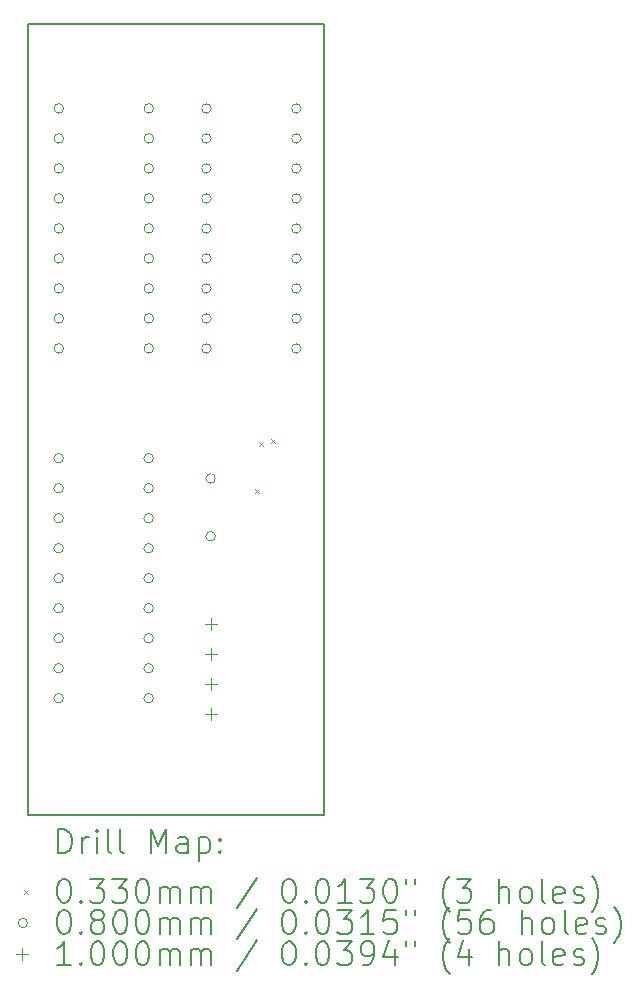
<source format=gbr>
%TF.GenerationSoftware,KiCad,Pcbnew,7.0.6-0*%
%TF.CreationDate,2023-08-27T17:26:49+10:00*%
%TF.ProjectId,PC-SPRINT_SMD,50432d53-5052-4494-9e54-5f534d442e6b,rev?*%
%TF.SameCoordinates,Original*%
%TF.FileFunction,Drillmap*%
%TF.FilePolarity,Positive*%
%FSLAX45Y45*%
G04 Gerber Fmt 4.5, Leading zero omitted, Abs format (unit mm)*
G04 Created by KiCad (PCBNEW 7.0.6-0) date 2023-08-27 17:26:49*
%MOMM*%
%LPD*%
G01*
G04 APERTURE LIST*
%ADD10C,0.150000*%
%ADD11C,0.200000*%
%ADD12C,0.033020*%
%ADD13C,0.080000*%
%ADD14C,0.100000*%
G04 APERTURE END LIST*
D10*
X10000000Y-11700000D02*
X7500000Y-11700000D01*
X7500000Y-5000000D02*
X10000000Y-5000000D01*
X7500000Y-11700000D02*
X7500000Y-5000000D01*
X10000000Y-5000000D02*
X10000000Y-11700000D01*
D11*
D12*
X9419520Y-8936270D02*
X9452540Y-8969290D01*
X9452540Y-8936270D02*
X9419520Y-8969290D01*
X9454620Y-8537250D02*
X9487640Y-8570270D01*
X9487640Y-8537250D02*
X9454620Y-8570270D01*
X9555050Y-8516250D02*
X9588070Y-8549270D01*
X9588070Y-8516250D02*
X9555050Y-8549270D01*
D13*
X7795430Y-8676790D02*
G75*
G03*
X7795430Y-8676790I-40000J0D01*
G01*
X7795430Y-8930790D02*
G75*
G03*
X7795430Y-8930790I-40000J0D01*
G01*
X7795430Y-9184790D02*
G75*
G03*
X7795430Y-9184790I-40000J0D01*
G01*
X7795430Y-9438790D02*
G75*
G03*
X7795430Y-9438790I-40000J0D01*
G01*
X7795430Y-9692790D02*
G75*
G03*
X7795430Y-9692790I-40000J0D01*
G01*
X7795430Y-9946790D02*
G75*
G03*
X7795430Y-9946790I-40000J0D01*
G01*
X7795430Y-10200790D02*
G75*
G03*
X7795430Y-10200790I-40000J0D01*
G01*
X7795430Y-10454790D02*
G75*
G03*
X7795430Y-10454790I-40000J0D01*
G01*
X7795430Y-10708790D02*
G75*
G03*
X7795430Y-10708790I-40000J0D01*
G01*
X7797190Y-5714560D02*
G75*
G03*
X7797190Y-5714560I-40000J0D01*
G01*
X7797190Y-5968560D02*
G75*
G03*
X7797190Y-5968560I-40000J0D01*
G01*
X7797190Y-6222560D02*
G75*
G03*
X7797190Y-6222560I-40000J0D01*
G01*
X7797190Y-6476560D02*
G75*
G03*
X7797190Y-6476560I-40000J0D01*
G01*
X7797190Y-6730560D02*
G75*
G03*
X7797190Y-6730560I-40000J0D01*
G01*
X7797190Y-6984560D02*
G75*
G03*
X7797190Y-6984560I-40000J0D01*
G01*
X7797190Y-7238560D02*
G75*
G03*
X7797190Y-7238560I-40000J0D01*
G01*
X7797190Y-7492560D02*
G75*
G03*
X7797190Y-7492560I-40000J0D01*
G01*
X7797190Y-7746560D02*
G75*
G03*
X7797190Y-7746560I-40000J0D01*
G01*
X8557430Y-8676790D02*
G75*
G03*
X8557430Y-8676790I-40000J0D01*
G01*
X8557430Y-8930790D02*
G75*
G03*
X8557430Y-8930790I-40000J0D01*
G01*
X8557430Y-9184790D02*
G75*
G03*
X8557430Y-9184790I-40000J0D01*
G01*
X8557430Y-9438790D02*
G75*
G03*
X8557430Y-9438790I-40000J0D01*
G01*
X8557430Y-9692790D02*
G75*
G03*
X8557430Y-9692790I-40000J0D01*
G01*
X8557430Y-9946790D02*
G75*
G03*
X8557430Y-9946790I-40000J0D01*
G01*
X8557430Y-10200790D02*
G75*
G03*
X8557430Y-10200790I-40000J0D01*
G01*
X8557430Y-10454790D02*
G75*
G03*
X8557430Y-10454790I-40000J0D01*
G01*
X8557430Y-10708790D02*
G75*
G03*
X8557430Y-10708790I-40000J0D01*
G01*
X8559190Y-5714560D02*
G75*
G03*
X8559190Y-5714560I-40000J0D01*
G01*
X8559190Y-5968560D02*
G75*
G03*
X8559190Y-5968560I-40000J0D01*
G01*
X8559190Y-6222560D02*
G75*
G03*
X8559190Y-6222560I-40000J0D01*
G01*
X8559190Y-6476560D02*
G75*
G03*
X8559190Y-6476560I-40000J0D01*
G01*
X8559190Y-6730560D02*
G75*
G03*
X8559190Y-6730560I-40000J0D01*
G01*
X8559190Y-6984560D02*
G75*
G03*
X8559190Y-6984560I-40000J0D01*
G01*
X8559190Y-7238560D02*
G75*
G03*
X8559190Y-7238560I-40000J0D01*
G01*
X8559190Y-7492560D02*
G75*
G03*
X8559190Y-7492560I-40000J0D01*
G01*
X8559190Y-7746560D02*
G75*
G03*
X8559190Y-7746560I-40000J0D01*
G01*
X9046040Y-5714560D02*
G75*
G03*
X9046040Y-5714560I-40000J0D01*
G01*
X9046040Y-5968560D02*
G75*
G03*
X9046040Y-5968560I-40000J0D01*
G01*
X9046040Y-6222560D02*
G75*
G03*
X9046040Y-6222560I-40000J0D01*
G01*
X9046040Y-6476560D02*
G75*
G03*
X9046040Y-6476560I-40000J0D01*
G01*
X9046040Y-6730560D02*
G75*
G03*
X9046040Y-6730560I-40000J0D01*
G01*
X9046040Y-6984560D02*
G75*
G03*
X9046040Y-6984560I-40000J0D01*
G01*
X9046040Y-7238560D02*
G75*
G03*
X9046040Y-7238560I-40000J0D01*
G01*
X9046040Y-7492560D02*
G75*
G03*
X9046040Y-7492560I-40000J0D01*
G01*
X9046040Y-7746560D02*
G75*
G03*
X9046040Y-7746560I-40000J0D01*
G01*
X9082290Y-8847030D02*
G75*
G03*
X9082290Y-8847030I-40000J0D01*
G01*
X9082290Y-9337030D02*
G75*
G03*
X9082290Y-9337030I-40000J0D01*
G01*
X9808040Y-5714560D02*
G75*
G03*
X9808040Y-5714560I-40000J0D01*
G01*
X9808040Y-5968560D02*
G75*
G03*
X9808040Y-5968560I-40000J0D01*
G01*
X9808040Y-6222560D02*
G75*
G03*
X9808040Y-6222560I-40000J0D01*
G01*
X9808040Y-6476560D02*
G75*
G03*
X9808040Y-6476560I-40000J0D01*
G01*
X9808040Y-6730560D02*
G75*
G03*
X9808040Y-6730560I-40000J0D01*
G01*
X9808040Y-6984560D02*
G75*
G03*
X9808040Y-6984560I-40000J0D01*
G01*
X9808040Y-7238560D02*
G75*
G03*
X9808040Y-7238560I-40000J0D01*
G01*
X9808040Y-7492560D02*
G75*
G03*
X9808040Y-7492560I-40000J0D01*
G01*
X9808040Y-7746560D02*
G75*
G03*
X9808040Y-7746560I-40000J0D01*
G01*
D14*
X9042290Y-10027810D02*
X9042290Y-10127810D01*
X8992290Y-10077810D02*
X9092290Y-10077810D01*
X9042290Y-10281810D02*
X9042290Y-10381810D01*
X8992290Y-10331810D02*
X9092290Y-10331810D01*
X9042290Y-10535810D02*
X9042290Y-10635810D01*
X8992290Y-10585810D02*
X9092290Y-10585810D01*
X9042290Y-10789810D02*
X9042290Y-10889810D01*
X8992290Y-10839810D02*
X9092290Y-10839810D01*
D11*
X7753277Y-12018984D02*
X7753277Y-11818984D01*
X7753277Y-11818984D02*
X7800896Y-11818984D01*
X7800896Y-11818984D02*
X7829467Y-11828508D01*
X7829467Y-11828508D02*
X7848515Y-11847555D01*
X7848515Y-11847555D02*
X7858039Y-11866603D01*
X7858039Y-11866603D02*
X7867562Y-11904698D01*
X7867562Y-11904698D02*
X7867562Y-11933269D01*
X7867562Y-11933269D02*
X7858039Y-11971365D01*
X7858039Y-11971365D02*
X7848515Y-11990412D01*
X7848515Y-11990412D02*
X7829467Y-12009460D01*
X7829467Y-12009460D02*
X7800896Y-12018984D01*
X7800896Y-12018984D02*
X7753277Y-12018984D01*
X7953277Y-12018984D02*
X7953277Y-11885650D01*
X7953277Y-11923746D02*
X7962801Y-11904698D01*
X7962801Y-11904698D02*
X7972324Y-11895174D01*
X7972324Y-11895174D02*
X7991372Y-11885650D01*
X7991372Y-11885650D02*
X8010420Y-11885650D01*
X8077086Y-12018984D02*
X8077086Y-11885650D01*
X8077086Y-11818984D02*
X8067562Y-11828508D01*
X8067562Y-11828508D02*
X8077086Y-11838031D01*
X8077086Y-11838031D02*
X8086610Y-11828508D01*
X8086610Y-11828508D02*
X8077086Y-11818984D01*
X8077086Y-11818984D02*
X8077086Y-11838031D01*
X8200896Y-12018984D02*
X8181848Y-12009460D01*
X8181848Y-12009460D02*
X8172324Y-11990412D01*
X8172324Y-11990412D02*
X8172324Y-11818984D01*
X8305658Y-12018984D02*
X8286610Y-12009460D01*
X8286610Y-12009460D02*
X8277086Y-11990412D01*
X8277086Y-11990412D02*
X8277086Y-11818984D01*
X8534229Y-12018984D02*
X8534229Y-11818984D01*
X8534229Y-11818984D02*
X8600896Y-11961841D01*
X8600896Y-11961841D02*
X8667563Y-11818984D01*
X8667563Y-11818984D02*
X8667563Y-12018984D01*
X8848515Y-12018984D02*
X8848515Y-11914222D01*
X8848515Y-11914222D02*
X8838991Y-11895174D01*
X8838991Y-11895174D02*
X8819944Y-11885650D01*
X8819944Y-11885650D02*
X8781848Y-11885650D01*
X8781848Y-11885650D02*
X8762801Y-11895174D01*
X8848515Y-12009460D02*
X8829467Y-12018984D01*
X8829467Y-12018984D02*
X8781848Y-12018984D01*
X8781848Y-12018984D02*
X8762801Y-12009460D01*
X8762801Y-12009460D02*
X8753277Y-11990412D01*
X8753277Y-11990412D02*
X8753277Y-11971365D01*
X8753277Y-11971365D02*
X8762801Y-11952317D01*
X8762801Y-11952317D02*
X8781848Y-11942793D01*
X8781848Y-11942793D02*
X8829467Y-11942793D01*
X8829467Y-11942793D02*
X8848515Y-11933269D01*
X8943753Y-11885650D02*
X8943753Y-12085650D01*
X8943753Y-11895174D02*
X8962801Y-11885650D01*
X8962801Y-11885650D02*
X9000896Y-11885650D01*
X9000896Y-11885650D02*
X9019944Y-11895174D01*
X9019944Y-11895174D02*
X9029467Y-11904698D01*
X9029467Y-11904698D02*
X9038991Y-11923746D01*
X9038991Y-11923746D02*
X9038991Y-11980888D01*
X9038991Y-11980888D02*
X9029467Y-11999936D01*
X9029467Y-11999936D02*
X9019944Y-12009460D01*
X9019944Y-12009460D02*
X9000896Y-12018984D01*
X9000896Y-12018984D02*
X8962801Y-12018984D01*
X8962801Y-12018984D02*
X8943753Y-12009460D01*
X9124705Y-11999936D02*
X9134229Y-12009460D01*
X9134229Y-12009460D02*
X9124705Y-12018984D01*
X9124705Y-12018984D02*
X9115182Y-12009460D01*
X9115182Y-12009460D02*
X9124705Y-11999936D01*
X9124705Y-11999936D02*
X9124705Y-12018984D01*
X9124705Y-11895174D02*
X9134229Y-11904698D01*
X9134229Y-11904698D02*
X9124705Y-11914222D01*
X9124705Y-11914222D02*
X9115182Y-11904698D01*
X9115182Y-11904698D02*
X9124705Y-11895174D01*
X9124705Y-11895174D02*
X9124705Y-11914222D01*
D12*
X7459480Y-12330990D02*
X7492500Y-12364010D01*
X7492500Y-12330990D02*
X7459480Y-12364010D01*
D11*
X7791372Y-12238984D02*
X7810420Y-12238984D01*
X7810420Y-12238984D02*
X7829467Y-12248508D01*
X7829467Y-12248508D02*
X7838991Y-12258031D01*
X7838991Y-12258031D02*
X7848515Y-12277079D01*
X7848515Y-12277079D02*
X7858039Y-12315174D01*
X7858039Y-12315174D02*
X7858039Y-12362793D01*
X7858039Y-12362793D02*
X7848515Y-12400888D01*
X7848515Y-12400888D02*
X7838991Y-12419936D01*
X7838991Y-12419936D02*
X7829467Y-12429460D01*
X7829467Y-12429460D02*
X7810420Y-12438984D01*
X7810420Y-12438984D02*
X7791372Y-12438984D01*
X7791372Y-12438984D02*
X7772324Y-12429460D01*
X7772324Y-12429460D02*
X7762801Y-12419936D01*
X7762801Y-12419936D02*
X7753277Y-12400888D01*
X7753277Y-12400888D02*
X7743753Y-12362793D01*
X7743753Y-12362793D02*
X7743753Y-12315174D01*
X7743753Y-12315174D02*
X7753277Y-12277079D01*
X7753277Y-12277079D02*
X7762801Y-12258031D01*
X7762801Y-12258031D02*
X7772324Y-12248508D01*
X7772324Y-12248508D02*
X7791372Y-12238984D01*
X7943753Y-12419936D02*
X7953277Y-12429460D01*
X7953277Y-12429460D02*
X7943753Y-12438984D01*
X7943753Y-12438984D02*
X7934229Y-12429460D01*
X7934229Y-12429460D02*
X7943753Y-12419936D01*
X7943753Y-12419936D02*
X7943753Y-12438984D01*
X8019943Y-12238984D02*
X8143753Y-12238984D01*
X8143753Y-12238984D02*
X8077086Y-12315174D01*
X8077086Y-12315174D02*
X8105658Y-12315174D01*
X8105658Y-12315174D02*
X8124705Y-12324698D01*
X8124705Y-12324698D02*
X8134229Y-12334222D01*
X8134229Y-12334222D02*
X8143753Y-12353269D01*
X8143753Y-12353269D02*
X8143753Y-12400888D01*
X8143753Y-12400888D02*
X8134229Y-12419936D01*
X8134229Y-12419936D02*
X8124705Y-12429460D01*
X8124705Y-12429460D02*
X8105658Y-12438984D01*
X8105658Y-12438984D02*
X8048515Y-12438984D01*
X8048515Y-12438984D02*
X8029467Y-12429460D01*
X8029467Y-12429460D02*
X8019943Y-12419936D01*
X8210420Y-12238984D02*
X8334229Y-12238984D01*
X8334229Y-12238984D02*
X8267562Y-12315174D01*
X8267562Y-12315174D02*
X8296134Y-12315174D01*
X8296134Y-12315174D02*
X8315182Y-12324698D01*
X8315182Y-12324698D02*
X8324705Y-12334222D01*
X8324705Y-12334222D02*
X8334229Y-12353269D01*
X8334229Y-12353269D02*
X8334229Y-12400888D01*
X8334229Y-12400888D02*
X8324705Y-12419936D01*
X8324705Y-12419936D02*
X8315182Y-12429460D01*
X8315182Y-12429460D02*
X8296134Y-12438984D01*
X8296134Y-12438984D02*
X8238991Y-12438984D01*
X8238991Y-12438984D02*
X8219943Y-12429460D01*
X8219943Y-12429460D02*
X8210420Y-12419936D01*
X8458039Y-12238984D02*
X8477086Y-12238984D01*
X8477086Y-12238984D02*
X8496134Y-12248508D01*
X8496134Y-12248508D02*
X8505658Y-12258031D01*
X8505658Y-12258031D02*
X8515182Y-12277079D01*
X8515182Y-12277079D02*
X8524705Y-12315174D01*
X8524705Y-12315174D02*
X8524705Y-12362793D01*
X8524705Y-12362793D02*
X8515182Y-12400888D01*
X8515182Y-12400888D02*
X8505658Y-12419936D01*
X8505658Y-12419936D02*
X8496134Y-12429460D01*
X8496134Y-12429460D02*
X8477086Y-12438984D01*
X8477086Y-12438984D02*
X8458039Y-12438984D01*
X8458039Y-12438984D02*
X8438991Y-12429460D01*
X8438991Y-12429460D02*
X8429467Y-12419936D01*
X8429467Y-12419936D02*
X8419944Y-12400888D01*
X8419944Y-12400888D02*
X8410420Y-12362793D01*
X8410420Y-12362793D02*
X8410420Y-12315174D01*
X8410420Y-12315174D02*
X8419944Y-12277079D01*
X8419944Y-12277079D02*
X8429467Y-12258031D01*
X8429467Y-12258031D02*
X8438991Y-12248508D01*
X8438991Y-12248508D02*
X8458039Y-12238984D01*
X8610420Y-12438984D02*
X8610420Y-12305650D01*
X8610420Y-12324698D02*
X8619944Y-12315174D01*
X8619944Y-12315174D02*
X8638991Y-12305650D01*
X8638991Y-12305650D02*
X8667563Y-12305650D01*
X8667563Y-12305650D02*
X8686610Y-12315174D01*
X8686610Y-12315174D02*
X8696134Y-12334222D01*
X8696134Y-12334222D02*
X8696134Y-12438984D01*
X8696134Y-12334222D02*
X8705658Y-12315174D01*
X8705658Y-12315174D02*
X8724705Y-12305650D01*
X8724705Y-12305650D02*
X8753277Y-12305650D01*
X8753277Y-12305650D02*
X8772325Y-12315174D01*
X8772325Y-12315174D02*
X8781848Y-12334222D01*
X8781848Y-12334222D02*
X8781848Y-12438984D01*
X8877086Y-12438984D02*
X8877086Y-12305650D01*
X8877086Y-12324698D02*
X8886610Y-12315174D01*
X8886610Y-12315174D02*
X8905658Y-12305650D01*
X8905658Y-12305650D02*
X8934229Y-12305650D01*
X8934229Y-12305650D02*
X8953277Y-12315174D01*
X8953277Y-12315174D02*
X8962801Y-12334222D01*
X8962801Y-12334222D02*
X8962801Y-12438984D01*
X8962801Y-12334222D02*
X8972325Y-12315174D01*
X8972325Y-12315174D02*
X8991372Y-12305650D01*
X8991372Y-12305650D02*
X9019944Y-12305650D01*
X9019944Y-12305650D02*
X9038991Y-12315174D01*
X9038991Y-12315174D02*
X9048515Y-12334222D01*
X9048515Y-12334222D02*
X9048515Y-12438984D01*
X9438991Y-12229460D02*
X9267563Y-12486603D01*
X9696134Y-12238984D02*
X9715182Y-12238984D01*
X9715182Y-12238984D02*
X9734229Y-12248508D01*
X9734229Y-12248508D02*
X9743753Y-12258031D01*
X9743753Y-12258031D02*
X9753277Y-12277079D01*
X9753277Y-12277079D02*
X9762801Y-12315174D01*
X9762801Y-12315174D02*
X9762801Y-12362793D01*
X9762801Y-12362793D02*
X9753277Y-12400888D01*
X9753277Y-12400888D02*
X9743753Y-12419936D01*
X9743753Y-12419936D02*
X9734229Y-12429460D01*
X9734229Y-12429460D02*
X9715182Y-12438984D01*
X9715182Y-12438984D02*
X9696134Y-12438984D01*
X9696134Y-12438984D02*
X9677087Y-12429460D01*
X9677087Y-12429460D02*
X9667563Y-12419936D01*
X9667563Y-12419936D02*
X9658039Y-12400888D01*
X9658039Y-12400888D02*
X9648515Y-12362793D01*
X9648515Y-12362793D02*
X9648515Y-12315174D01*
X9648515Y-12315174D02*
X9658039Y-12277079D01*
X9658039Y-12277079D02*
X9667563Y-12258031D01*
X9667563Y-12258031D02*
X9677087Y-12248508D01*
X9677087Y-12248508D02*
X9696134Y-12238984D01*
X9848515Y-12419936D02*
X9858039Y-12429460D01*
X9858039Y-12429460D02*
X9848515Y-12438984D01*
X9848515Y-12438984D02*
X9838991Y-12429460D01*
X9838991Y-12429460D02*
X9848515Y-12419936D01*
X9848515Y-12419936D02*
X9848515Y-12438984D01*
X9981848Y-12238984D02*
X10000896Y-12238984D01*
X10000896Y-12238984D02*
X10019944Y-12248508D01*
X10019944Y-12248508D02*
X10029468Y-12258031D01*
X10029468Y-12258031D02*
X10038991Y-12277079D01*
X10038991Y-12277079D02*
X10048515Y-12315174D01*
X10048515Y-12315174D02*
X10048515Y-12362793D01*
X10048515Y-12362793D02*
X10038991Y-12400888D01*
X10038991Y-12400888D02*
X10029468Y-12419936D01*
X10029468Y-12419936D02*
X10019944Y-12429460D01*
X10019944Y-12429460D02*
X10000896Y-12438984D01*
X10000896Y-12438984D02*
X9981848Y-12438984D01*
X9981848Y-12438984D02*
X9962801Y-12429460D01*
X9962801Y-12429460D02*
X9953277Y-12419936D01*
X9953277Y-12419936D02*
X9943753Y-12400888D01*
X9943753Y-12400888D02*
X9934229Y-12362793D01*
X9934229Y-12362793D02*
X9934229Y-12315174D01*
X9934229Y-12315174D02*
X9943753Y-12277079D01*
X9943753Y-12277079D02*
X9953277Y-12258031D01*
X9953277Y-12258031D02*
X9962801Y-12248508D01*
X9962801Y-12248508D02*
X9981848Y-12238984D01*
X10238991Y-12438984D02*
X10124706Y-12438984D01*
X10181848Y-12438984D02*
X10181848Y-12238984D01*
X10181848Y-12238984D02*
X10162801Y-12267555D01*
X10162801Y-12267555D02*
X10143753Y-12286603D01*
X10143753Y-12286603D02*
X10124706Y-12296127D01*
X10305658Y-12238984D02*
X10429468Y-12238984D01*
X10429468Y-12238984D02*
X10362801Y-12315174D01*
X10362801Y-12315174D02*
X10391372Y-12315174D01*
X10391372Y-12315174D02*
X10410420Y-12324698D01*
X10410420Y-12324698D02*
X10419944Y-12334222D01*
X10419944Y-12334222D02*
X10429468Y-12353269D01*
X10429468Y-12353269D02*
X10429468Y-12400888D01*
X10429468Y-12400888D02*
X10419944Y-12419936D01*
X10419944Y-12419936D02*
X10410420Y-12429460D01*
X10410420Y-12429460D02*
X10391372Y-12438984D01*
X10391372Y-12438984D02*
X10334229Y-12438984D01*
X10334229Y-12438984D02*
X10315182Y-12429460D01*
X10315182Y-12429460D02*
X10305658Y-12419936D01*
X10553277Y-12238984D02*
X10572325Y-12238984D01*
X10572325Y-12238984D02*
X10591372Y-12248508D01*
X10591372Y-12248508D02*
X10600896Y-12258031D01*
X10600896Y-12258031D02*
X10610420Y-12277079D01*
X10610420Y-12277079D02*
X10619944Y-12315174D01*
X10619944Y-12315174D02*
X10619944Y-12362793D01*
X10619944Y-12362793D02*
X10610420Y-12400888D01*
X10610420Y-12400888D02*
X10600896Y-12419936D01*
X10600896Y-12419936D02*
X10591372Y-12429460D01*
X10591372Y-12429460D02*
X10572325Y-12438984D01*
X10572325Y-12438984D02*
X10553277Y-12438984D01*
X10553277Y-12438984D02*
X10534229Y-12429460D01*
X10534229Y-12429460D02*
X10524706Y-12419936D01*
X10524706Y-12419936D02*
X10515182Y-12400888D01*
X10515182Y-12400888D02*
X10505658Y-12362793D01*
X10505658Y-12362793D02*
X10505658Y-12315174D01*
X10505658Y-12315174D02*
X10515182Y-12277079D01*
X10515182Y-12277079D02*
X10524706Y-12258031D01*
X10524706Y-12258031D02*
X10534229Y-12248508D01*
X10534229Y-12248508D02*
X10553277Y-12238984D01*
X10696134Y-12238984D02*
X10696134Y-12277079D01*
X10772325Y-12238984D02*
X10772325Y-12277079D01*
X11067563Y-12515174D02*
X11058039Y-12505650D01*
X11058039Y-12505650D02*
X11038991Y-12477079D01*
X11038991Y-12477079D02*
X11029468Y-12458031D01*
X11029468Y-12458031D02*
X11019944Y-12429460D01*
X11019944Y-12429460D02*
X11010420Y-12381841D01*
X11010420Y-12381841D02*
X11010420Y-12343746D01*
X11010420Y-12343746D02*
X11019944Y-12296127D01*
X11019944Y-12296127D02*
X11029468Y-12267555D01*
X11029468Y-12267555D02*
X11038991Y-12248508D01*
X11038991Y-12248508D02*
X11058039Y-12219936D01*
X11058039Y-12219936D02*
X11067563Y-12210412D01*
X11124706Y-12238984D02*
X11248515Y-12238984D01*
X11248515Y-12238984D02*
X11181849Y-12315174D01*
X11181849Y-12315174D02*
X11210420Y-12315174D01*
X11210420Y-12315174D02*
X11229468Y-12324698D01*
X11229468Y-12324698D02*
X11238991Y-12334222D01*
X11238991Y-12334222D02*
X11248515Y-12353269D01*
X11248515Y-12353269D02*
X11248515Y-12400888D01*
X11248515Y-12400888D02*
X11238991Y-12419936D01*
X11238991Y-12419936D02*
X11229468Y-12429460D01*
X11229468Y-12429460D02*
X11210420Y-12438984D01*
X11210420Y-12438984D02*
X11153277Y-12438984D01*
X11153277Y-12438984D02*
X11134230Y-12429460D01*
X11134230Y-12429460D02*
X11124706Y-12419936D01*
X11486610Y-12438984D02*
X11486610Y-12238984D01*
X11572325Y-12438984D02*
X11572325Y-12334222D01*
X11572325Y-12334222D02*
X11562801Y-12315174D01*
X11562801Y-12315174D02*
X11543753Y-12305650D01*
X11543753Y-12305650D02*
X11515182Y-12305650D01*
X11515182Y-12305650D02*
X11496134Y-12315174D01*
X11496134Y-12315174D02*
X11486610Y-12324698D01*
X11696134Y-12438984D02*
X11677087Y-12429460D01*
X11677087Y-12429460D02*
X11667563Y-12419936D01*
X11667563Y-12419936D02*
X11658039Y-12400888D01*
X11658039Y-12400888D02*
X11658039Y-12343746D01*
X11658039Y-12343746D02*
X11667563Y-12324698D01*
X11667563Y-12324698D02*
X11677087Y-12315174D01*
X11677087Y-12315174D02*
X11696134Y-12305650D01*
X11696134Y-12305650D02*
X11724706Y-12305650D01*
X11724706Y-12305650D02*
X11743753Y-12315174D01*
X11743753Y-12315174D02*
X11753277Y-12324698D01*
X11753277Y-12324698D02*
X11762801Y-12343746D01*
X11762801Y-12343746D02*
X11762801Y-12400888D01*
X11762801Y-12400888D02*
X11753277Y-12419936D01*
X11753277Y-12419936D02*
X11743753Y-12429460D01*
X11743753Y-12429460D02*
X11724706Y-12438984D01*
X11724706Y-12438984D02*
X11696134Y-12438984D01*
X11877087Y-12438984D02*
X11858039Y-12429460D01*
X11858039Y-12429460D02*
X11848515Y-12410412D01*
X11848515Y-12410412D02*
X11848515Y-12238984D01*
X12029468Y-12429460D02*
X12010420Y-12438984D01*
X12010420Y-12438984D02*
X11972325Y-12438984D01*
X11972325Y-12438984D02*
X11953277Y-12429460D01*
X11953277Y-12429460D02*
X11943753Y-12410412D01*
X11943753Y-12410412D02*
X11943753Y-12334222D01*
X11943753Y-12334222D02*
X11953277Y-12315174D01*
X11953277Y-12315174D02*
X11972325Y-12305650D01*
X11972325Y-12305650D02*
X12010420Y-12305650D01*
X12010420Y-12305650D02*
X12029468Y-12315174D01*
X12029468Y-12315174D02*
X12038991Y-12334222D01*
X12038991Y-12334222D02*
X12038991Y-12353269D01*
X12038991Y-12353269D02*
X11943753Y-12372317D01*
X12115182Y-12429460D02*
X12134230Y-12438984D01*
X12134230Y-12438984D02*
X12172325Y-12438984D01*
X12172325Y-12438984D02*
X12191372Y-12429460D01*
X12191372Y-12429460D02*
X12200896Y-12410412D01*
X12200896Y-12410412D02*
X12200896Y-12400888D01*
X12200896Y-12400888D02*
X12191372Y-12381841D01*
X12191372Y-12381841D02*
X12172325Y-12372317D01*
X12172325Y-12372317D02*
X12143753Y-12372317D01*
X12143753Y-12372317D02*
X12124706Y-12362793D01*
X12124706Y-12362793D02*
X12115182Y-12343746D01*
X12115182Y-12343746D02*
X12115182Y-12334222D01*
X12115182Y-12334222D02*
X12124706Y-12315174D01*
X12124706Y-12315174D02*
X12143753Y-12305650D01*
X12143753Y-12305650D02*
X12172325Y-12305650D01*
X12172325Y-12305650D02*
X12191372Y-12315174D01*
X12267563Y-12515174D02*
X12277087Y-12505650D01*
X12277087Y-12505650D02*
X12296134Y-12477079D01*
X12296134Y-12477079D02*
X12305658Y-12458031D01*
X12305658Y-12458031D02*
X12315182Y-12429460D01*
X12315182Y-12429460D02*
X12324706Y-12381841D01*
X12324706Y-12381841D02*
X12324706Y-12343746D01*
X12324706Y-12343746D02*
X12315182Y-12296127D01*
X12315182Y-12296127D02*
X12305658Y-12267555D01*
X12305658Y-12267555D02*
X12296134Y-12248508D01*
X12296134Y-12248508D02*
X12277087Y-12219936D01*
X12277087Y-12219936D02*
X12267563Y-12210412D01*
D13*
X7492500Y-12611500D02*
G75*
G03*
X7492500Y-12611500I-40000J0D01*
G01*
D11*
X7791372Y-12502984D02*
X7810420Y-12502984D01*
X7810420Y-12502984D02*
X7829467Y-12512508D01*
X7829467Y-12512508D02*
X7838991Y-12522031D01*
X7838991Y-12522031D02*
X7848515Y-12541079D01*
X7848515Y-12541079D02*
X7858039Y-12579174D01*
X7858039Y-12579174D02*
X7858039Y-12626793D01*
X7858039Y-12626793D02*
X7848515Y-12664888D01*
X7848515Y-12664888D02*
X7838991Y-12683936D01*
X7838991Y-12683936D02*
X7829467Y-12693460D01*
X7829467Y-12693460D02*
X7810420Y-12702984D01*
X7810420Y-12702984D02*
X7791372Y-12702984D01*
X7791372Y-12702984D02*
X7772324Y-12693460D01*
X7772324Y-12693460D02*
X7762801Y-12683936D01*
X7762801Y-12683936D02*
X7753277Y-12664888D01*
X7753277Y-12664888D02*
X7743753Y-12626793D01*
X7743753Y-12626793D02*
X7743753Y-12579174D01*
X7743753Y-12579174D02*
X7753277Y-12541079D01*
X7753277Y-12541079D02*
X7762801Y-12522031D01*
X7762801Y-12522031D02*
X7772324Y-12512508D01*
X7772324Y-12512508D02*
X7791372Y-12502984D01*
X7943753Y-12683936D02*
X7953277Y-12693460D01*
X7953277Y-12693460D02*
X7943753Y-12702984D01*
X7943753Y-12702984D02*
X7934229Y-12693460D01*
X7934229Y-12693460D02*
X7943753Y-12683936D01*
X7943753Y-12683936D02*
X7943753Y-12702984D01*
X8067562Y-12588698D02*
X8048515Y-12579174D01*
X8048515Y-12579174D02*
X8038991Y-12569650D01*
X8038991Y-12569650D02*
X8029467Y-12550603D01*
X8029467Y-12550603D02*
X8029467Y-12541079D01*
X8029467Y-12541079D02*
X8038991Y-12522031D01*
X8038991Y-12522031D02*
X8048515Y-12512508D01*
X8048515Y-12512508D02*
X8067562Y-12502984D01*
X8067562Y-12502984D02*
X8105658Y-12502984D01*
X8105658Y-12502984D02*
X8124705Y-12512508D01*
X8124705Y-12512508D02*
X8134229Y-12522031D01*
X8134229Y-12522031D02*
X8143753Y-12541079D01*
X8143753Y-12541079D02*
X8143753Y-12550603D01*
X8143753Y-12550603D02*
X8134229Y-12569650D01*
X8134229Y-12569650D02*
X8124705Y-12579174D01*
X8124705Y-12579174D02*
X8105658Y-12588698D01*
X8105658Y-12588698D02*
X8067562Y-12588698D01*
X8067562Y-12588698D02*
X8048515Y-12598222D01*
X8048515Y-12598222D02*
X8038991Y-12607746D01*
X8038991Y-12607746D02*
X8029467Y-12626793D01*
X8029467Y-12626793D02*
X8029467Y-12664888D01*
X8029467Y-12664888D02*
X8038991Y-12683936D01*
X8038991Y-12683936D02*
X8048515Y-12693460D01*
X8048515Y-12693460D02*
X8067562Y-12702984D01*
X8067562Y-12702984D02*
X8105658Y-12702984D01*
X8105658Y-12702984D02*
X8124705Y-12693460D01*
X8124705Y-12693460D02*
X8134229Y-12683936D01*
X8134229Y-12683936D02*
X8143753Y-12664888D01*
X8143753Y-12664888D02*
X8143753Y-12626793D01*
X8143753Y-12626793D02*
X8134229Y-12607746D01*
X8134229Y-12607746D02*
X8124705Y-12598222D01*
X8124705Y-12598222D02*
X8105658Y-12588698D01*
X8267562Y-12502984D02*
X8286610Y-12502984D01*
X8286610Y-12502984D02*
X8305658Y-12512508D01*
X8305658Y-12512508D02*
X8315182Y-12522031D01*
X8315182Y-12522031D02*
X8324705Y-12541079D01*
X8324705Y-12541079D02*
X8334229Y-12579174D01*
X8334229Y-12579174D02*
X8334229Y-12626793D01*
X8334229Y-12626793D02*
X8324705Y-12664888D01*
X8324705Y-12664888D02*
X8315182Y-12683936D01*
X8315182Y-12683936D02*
X8305658Y-12693460D01*
X8305658Y-12693460D02*
X8286610Y-12702984D01*
X8286610Y-12702984D02*
X8267562Y-12702984D01*
X8267562Y-12702984D02*
X8248515Y-12693460D01*
X8248515Y-12693460D02*
X8238991Y-12683936D01*
X8238991Y-12683936D02*
X8229467Y-12664888D01*
X8229467Y-12664888D02*
X8219943Y-12626793D01*
X8219943Y-12626793D02*
X8219943Y-12579174D01*
X8219943Y-12579174D02*
X8229467Y-12541079D01*
X8229467Y-12541079D02*
X8238991Y-12522031D01*
X8238991Y-12522031D02*
X8248515Y-12512508D01*
X8248515Y-12512508D02*
X8267562Y-12502984D01*
X8458039Y-12502984D02*
X8477086Y-12502984D01*
X8477086Y-12502984D02*
X8496134Y-12512508D01*
X8496134Y-12512508D02*
X8505658Y-12522031D01*
X8505658Y-12522031D02*
X8515182Y-12541079D01*
X8515182Y-12541079D02*
X8524705Y-12579174D01*
X8524705Y-12579174D02*
X8524705Y-12626793D01*
X8524705Y-12626793D02*
X8515182Y-12664888D01*
X8515182Y-12664888D02*
X8505658Y-12683936D01*
X8505658Y-12683936D02*
X8496134Y-12693460D01*
X8496134Y-12693460D02*
X8477086Y-12702984D01*
X8477086Y-12702984D02*
X8458039Y-12702984D01*
X8458039Y-12702984D02*
X8438991Y-12693460D01*
X8438991Y-12693460D02*
X8429467Y-12683936D01*
X8429467Y-12683936D02*
X8419944Y-12664888D01*
X8419944Y-12664888D02*
X8410420Y-12626793D01*
X8410420Y-12626793D02*
X8410420Y-12579174D01*
X8410420Y-12579174D02*
X8419944Y-12541079D01*
X8419944Y-12541079D02*
X8429467Y-12522031D01*
X8429467Y-12522031D02*
X8438991Y-12512508D01*
X8438991Y-12512508D02*
X8458039Y-12502984D01*
X8610420Y-12702984D02*
X8610420Y-12569650D01*
X8610420Y-12588698D02*
X8619944Y-12579174D01*
X8619944Y-12579174D02*
X8638991Y-12569650D01*
X8638991Y-12569650D02*
X8667563Y-12569650D01*
X8667563Y-12569650D02*
X8686610Y-12579174D01*
X8686610Y-12579174D02*
X8696134Y-12598222D01*
X8696134Y-12598222D02*
X8696134Y-12702984D01*
X8696134Y-12598222D02*
X8705658Y-12579174D01*
X8705658Y-12579174D02*
X8724705Y-12569650D01*
X8724705Y-12569650D02*
X8753277Y-12569650D01*
X8753277Y-12569650D02*
X8772325Y-12579174D01*
X8772325Y-12579174D02*
X8781848Y-12598222D01*
X8781848Y-12598222D02*
X8781848Y-12702984D01*
X8877086Y-12702984D02*
X8877086Y-12569650D01*
X8877086Y-12588698D02*
X8886610Y-12579174D01*
X8886610Y-12579174D02*
X8905658Y-12569650D01*
X8905658Y-12569650D02*
X8934229Y-12569650D01*
X8934229Y-12569650D02*
X8953277Y-12579174D01*
X8953277Y-12579174D02*
X8962801Y-12598222D01*
X8962801Y-12598222D02*
X8962801Y-12702984D01*
X8962801Y-12598222D02*
X8972325Y-12579174D01*
X8972325Y-12579174D02*
X8991372Y-12569650D01*
X8991372Y-12569650D02*
X9019944Y-12569650D01*
X9019944Y-12569650D02*
X9038991Y-12579174D01*
X9038991Y-12579174D02*
X9048515Y-12598222D01*
X9048515Y-12598222D02*
X9048515Y-12702984D01*
X9438991Y-12493460D02*
X9267563Y-12750603D01*
X9696134Y-12502984D02*
X9715182Y-12502984D01*
X9715182Y-12502984D02*
X9734229Y-12512508D01*
X9734229Y-12512508D02*
X9743753Y-12522031D01*
X9743753Y-12522031D02*
X9753277Y-12541079D01*
X9753277Y-12541079D02*
X9762801Y-12579174D01*
X9762801Y-12579174D02*
X9762801Y-12626793D01*
X9762801Y-12626793D02*
X9753277Y-12664888D01*
X9753277Y-12664888D02*
X9743753Y-12683936D01*
X9743753Y-12683936D02*
X9734229Y-12693460D01*
X9734229Y-12693460D02*
X9715182Y-12702984D01*
X9715182Y-12702984D02*
X9696134Y-12702984D01*
X9696134Y-12702984D02*
X9677087Y-12693460D01*
X9677087Y-12693460D02*
X9667563Y-12683936D01*
X9667563Y-12683936D02*
X9658039Y-12664888D01*
X9658039Y-12664888D02*
X9648515Y-12626793D01*
X9648515Y-12626793D02*
X9648515Y-12579174D01*
X9648515Y-12579174D02*
X9658039Y-12541079D01*
X9658039Y-12541079D02*
X9667563Y-12522031D01*
X9667563Y-12522031D02*
X9677087Y-12512508D01*
X9677087Y-12512508D02*
X9696134Y-12502984D01*
X9848515Y-12683936D02*
X9858039Y-12693460D01*
X9858039Y-12693460D02*
X9848515Y-12702984D01*
X9848515Y-12702984D02*
X9838991Y-12693460D01*
X9838991Y-12693460D02*
X9848515Y-12683936D01*
X9848515Y-12683936D02*
X9848515Y-12702984D01*
X9981848Y-12502984D02*
X10000896Y-12502984D01*
X10000896Y-12502984D02*
X10019944Y-12512508D01*
X10019944Y-12512508D02*
X10029468Y-12522031D01*
X10029468Y-12522031D02*
X10038991Y-12541079D01*
X10038991Y-12541079D02*
X10048515Y-12579174D01*
X10048515Y-12579174D02*
X10048515Y-12626793D01*
X10048515Y-12626793D02*
X10038991Y-12664888D01*
X10038991Y-12664888D02*
X10029468Y-12683936D01*
X10029468Y-12683936D02*
X10019944Y-12693460D01*
X10019944Y-12693460D02*
X10000896Y-12702984D01*
X10000896Y-12702984D02*
X9981848Y-12702984D01*
X9981848Y-12702984D02*
X9962801Y-12693460D01*
X9962801Y-12693460D02*
X9953277Y-12683936D01*
X9953277Y-12683936D02*
X9943753Y-12664888D01*
X9943753Y-12664888D02*
X9934229Y-12626793D01*
X9934229Y-12626793D02*
X9934229Y-12579174D01*
X9934229Y-12579174D02*
X9943753Y-12541079D01*
X9943753Y-12541079D02*
X9953277Y-12522031D01*
X9953277Y-12522031D02*
X9962801Y-12512508D01*
X9962801Y-12512508D02*
X9981848Y-12502984D01*
X10115182Y-12502984D02*
X10238991Y-12502984D01*
X10238991Y-12502984D02*
X10172325Y-12579174D01*
X10172325Y-12579174D02*
X10200896Y-12579174D01*
X10200896Y-12579174D02*
X10219944Y-12588698D01*
X10219944Y-12588698D02*
X10229468Y-12598222D01*
X10229468Y-12598222D02*
X10238991Y-12617269D01*
X10238991Y-12617269D02*
X10238991Y-12664888D01*
X10238991Y-12664888D02*
X10229468Y-12683936D01*
X10229468Y-12683936D02*
X10219944Y-12693460D01*
X10219944Y-12693460D02*
X10200896Y-12702984D01*
X10200896Y-12702984D02*
X10143753Y-12702984D01*
X10143753Y-12702984D02*
X10124706Y-12693460D01*
X10124706Y-12693460D02*
X10115182Y-12683936D01*
X10429468Y-12702984D02*
X10315182Y-12702984D01*
X10372325Y-12702984D02*
X10372325Y-12502984D01*
X10372325Y-12502984D02*
X10353277Y-12531555D01*
X10353277Y-12531555D02*
X10334229Y-12550603D01*
X10334229Y-12550603D02*
X10315182Y-12560127D01*
X10610420Y-12502984D02*
X10515182Y-12502984D01*
X10515182Y-12502984D02*
X10505658Y-12598222D01*
X10505658Y-12598222D02*
X10515182Y-12588698D01*
X10515182Y-12588698D02*
X10534229Y-12579174D01*
X10534229Y-12579174D02*
X10581849Y-12579174D01*
X10581849Y-12579174D02*
X10600896Y-12588698D01*
X10600896Y-12588698D02*
X10610420Y-12598222D01*
X10610420Y-12598222D02*
X10619944Y-12617269D01*
X10619944Y-12617269D02*
X10619944Y-12664888D01*
X10619944Y-12664888D02*
X10610420Y-12683936D01*
X10610420Y-12683936D02*
X10600896Y-12693460D01*
X10600896Y-12693460D02*
X10581849Y-12702984D01*
X10581849Y-12702984D02*
X10534229Y-12702984D01*
X10534229Y-12702984D02*
X10515182Y-12693460D01*
X10515182Y-12693460D02*
X10505658Y-12683936D01*
X10696134Y-12502984D02*
X10696134Y-12541079D01*
X10772325Y-12502984D02*
X10772325Y-12541079D01*
X11067563Y-12779174D02*
X11058039Y-12769650D01*
X11058039Y-12769650D02*
X11038991Y-12741079D01*
X11038991Y-12741079D02*
X11029468Y-12722031D01*
X11029468Y-12722031D02*
X11019944Y-12693460D01*
X11019944Y-12693460D02*
X11010420Y-12645841D01*
X11010420Y-12645841D02*
X11010420Y-12607746D01*
X11010420Y-12607746D02*
X11019944Y-12560127D01*
X11019944Y-12560127D02*
X11029468Y-12531555D01*
X11029468Y-12531555D02*
X11038991Y-12512508D01*
X11038991Y-12512508D02*
X11058039Y-12483936D01*
X11058039Y-12483936D02*
X11067563Y-12474412D01*
X11238991Y-12502984D02*
X11143753Y-12502984D01*
X11143753Y-12502984D02*
X11134230Y-12598222D01*
X11134230Y-12598222D02*
X11143753Y-12588698D01*
X11143753Y-12588698D02*
X11162801Y-12579174D01*
X11162801Y-12579174D02*
X11210420Y-12579174D01*
X11210420Y-12579174D02*
X11229468Y-12588698D01*
X11229468Y-12588698D02*
X11238991Y-12598222D01*
X11238991Y-12598222D02*
X11248515Y-12617269D01*
X11248515Y-12617269D02*
X11248515Y-12664888D01*
X11248515Y-12664888D02*
X11238991Y-12683936D01*
X11238991Y-12683936D02*
X11229468Y-12693460D01*
X11229468Y-12693460D02*
X11210420Y-12702984D01*
X11210420Y-12702984D02*
X11162801Y-12702984D01*
X11162801Y-12702984D02*
X11143753Y-12693460D01*
X11143753Y-12693460D02*
X11134230Y-12683936D01*
X11419944Y-12502984D02*
X11381848Y-12502984D01*
X11381848Y-12502984D02*
X11362801Y-12512508D01*
X11362801Y-12512508D02*
X11353277Y-12522031D01*
X11353277Y-12522031D02*
X11334229Y-12550603D01*
X11334229Y-12550603D02*
X11324706Y-12588698D01*
X11324706Y-12588698D02*
X11324706Y-12664888D01*
X11324706Y-12664888D02*
X11334229Y-12683936D01*
X11334229Y-12683936D02*
X11343753Y-12693460D01*
X11343753Y-12693460D02*
X11362801Y-12702984D01*
X11362801Y-12702984D02*
X11400896Y-12702984D01*
X11400896Y-12702984D02*
X11419944Y-12693460D01*
X11419944Y-12693460D02*
X11429468Y-12683936D01*
X11429468Y-12683936D02*
X11438991Y-12664888D01*
X11438991Y-12664888D02*
X11438991Y-12617269D01*
X11438991Y-12617269D02*
X11429468Y-12598222D01*
X11429468Y-12598222D02*
X11419944Y-12588698D01*
X11419944Y-12588698D02*
X11400896Y-12579174D01*
X11400896Y-12579174D02*
X11362801Y-12579174D01*
X11362801Y-12579174D02*
X11343753Y-12588698D01*
X11343753Y-12588698D02*
X11334229Y-12598222D01*
X11334229Y-12598222D02*
X11324706Y-12617269D01*
X11677087Y-12702984D02*
X11677087Y-12502984D01*
X11762801Y-12702984D02*
X11762801Y-12598222D01*
X11762801Y-12598222D02*
X11753277Y-12579174D01*
X11753277Y-12579174D02*
X11734230Y-12569650D01*
X11734230Y-12569650D02*
X11705658Y-12569650D01*
X11705658Y-12569650D02*
X11686610Y-12579174D01*
X11686610Y-12579174D02*
X11677087Y-12588698D01*
X11886610Y-12702984D02*
X11867563Y-12693460D01*
X11867563Y-12693460D02*
X11858039Y-12683936D01*
X11858039Y-12683936D02*
X11848515Y-12664888D01*
X11848515Y-12664888D02*
X11848515Y-12607746D01*
X11848515Y-12607746D02*
X11858039Y-12588698D01*
X11858039Y-12588698D02*
X11867563Y-12579174D01*
X11867563Y-12579174D02*
X11886610Y-12569650D01*
X11886610Y-12569650D02*
X11915182Y-12569650D01*
X11915182Y-12569650D02*
X11934230Y-12579174D01*
X11934230Y-12579174D02*
X11943753Y-12588698D01*
X11943753Y-12588698D02*
X11953277Y-12607746D01*
X11953277Y-12607746D02*
X11953277Y-12664888D01*
X11953277Y-12664888D02*
X11943753Y-12683936D01*
X11943753Y-12683936D02*
X11934230Y-12693460D01*
X11934230Y-12693460D02*
X11915182Y-12702984D01*
X11915182Y-12702984D02*
X11886610Y-12702984D01*
X12067563Y-12702984D02*
X12048515Y-12693460D01*
X12048515Y-12693460D02*
X12038991Y-12674412D01*
X12038991Y-12674412D02*
X12038991Y-12502984D01*
X12219944Y-12693460D02*
X12200896Y-12702984D01*
X12200896Y-12702984D02*
X12162801Y-12702984D01*
X12162801Y-12702984D02*
X12143753Y-12693460D01*
X12143753Y-12693460D02*
X12134230Y-12674412D01*
X12134230Y-12674412D02*
X12134230Y-12598222D01*
X12134230Y-12598222D02*
X12143753Y-12579174D01*
X12143753Y-12579174D02*
X12162801Y-12569650D01*
X12162801Y-12569650D02*
X12200896Y-12569650D01*
X12200896Y-12569650D02*
X12219944Y-12579174D01*
X12219944Y-12579174D02*
X12229468Y-12598222D01*
X12229468Y-12598222D02*
X12229468Y-12617269D01*
X12229468Y-12617269D02*
X12134230Y-12636317D01*
X12305658Y-12693460D02*
X12324706Y-12702984D01*
X12324706Y-12702984D02*
X12362801Y-12702984D01*
X12362801Y-12702984D02*
X12381849Y-12693460D01*
X12381849Y-12693460D02*
X12391372Y-12674412D01*
X12391372Y-12674412D02*
X12391372Y-12664888D01*
X12391372Y-12664888D02*
X12381849Y-12645841D01*
X12381849Y-12645841D02*
X12362801Y-12636317D01*
X12362801Y-12636317D02*
X12334230Y-12636317D01*
X12334230Y-12636317D02*
X12315182Y-12626793D01*
X12315182Y-12626793D02*
X12305658Y-12607746D01*
X12305658Y-12607746D02*
X12305658Y-12598222D01*
X12305658Y-12598222D02*
X12315182Y-12579174D01*
X12315182Y-12579174D02*
X12334230Y-12569650D01*
X12334230Y-12569650D02*
X12362801Y-12569650D01*
X12362801Y-12569650D02*
X12381849Y-12579174D01*
X12458039Y-12779174D02*
X12467563Y-12769650D01*
X12467563Y-12769650D02*
X12486611Y-12741079D01*
X12486611Y-12741079D02*
X12496134Y-12722031D01*
X12496134Y-12722031D02*
X12505658Y-12693460D01*
X12505658Y-12693460D02*
X12515182Y-12645841D01*
X12515182Y-12645841D02*
X12515182Y-12607746D01*
X12515182Y-12607746D02*
X12505658Y-12560127D01*
X12505658Y-12560127D02*
X12496134Y-12531555D01*
X12496134Y-12531555D02*
X12486611Y-12512508D01*
X12486611Y-12512508D02*
X12467563Y-12483936D01*
X12467563Y-12483936D02*
X12458039Y-12474412D01*
D14*
X7442500Y-12825500D02*
X7442500Y-12925500D01*
X7392500Y-12875500D02*
X7492500Y-12875500D01*
D11*
X7858039Y-12966984D02*
X7743753Y-12966984D01*
X7800896Y-12966984D02*
X7800896Y-12766984D01*
X7800896Y-12766984D02*
X7781848Y-12795555D01*
X7781848Y-12795555D02*
X7762801Y-12814603D01*
X7762801Y-12814603D02*
X7743753Y-12824127D01*
X7943753Y-12947936D02*
X7953277Y-12957460D01*
X7953277Y-12957460D02*
X7943753Y-12966984D01*
X7943753Y-12966984D02*
X7934229Y-12957460D01*
X7934229Y-12957460D02*
X7943753Y-12947936D01*
X7943753Y-12947936D02*
X7943753Y-12966984D01*
X8077086Y-12766984D02*
X8096134Y-12766984D01*
X8096134Y-12766984D02*
X8115182Y-12776508D01*
X8115182Y-12776508D02*
X8124705Y-12786031D01*
X8124705Y-12786031D02*
X8134229Y-12805079D01*
X8134229Y-12805079D02*
X8143753Y-12843174D01*
X8143753Y-12843174D02*
X8143753Y-12890793D01*
X8143753Y-12890793D02*
X8134229Y-12928888D01*
X8134229Y-12928888D02*
X8124705Y-12947936D01*
X8124705Y-12947936D02*
X8115182Y-12957460D01*
X8115182Y-12957460D02*
X8096134Y-12966984D01*
X8096134Y-12966984D02*
X8077086Y-12966984D01*
X8077086Y-12966984D02*
X8058039Y-12957460D01*
X8058039Y-12957460D02*
X8048515Y-12947936D01*
X8048515Y-12947936D02*
X8038991Y-12928888D01*
X8038991Y-12928888D02*
X8029467Y-12890793D01*
X8029467Y-12890793D02*
X8029467Y-12843174D01*
X8029467Y-12843174D02*
X8038991Y-12805079D01*
X8038991Y-12805079D02*
X8048515Y-12786031D01*
X8048515Y-12786031D02*
X8058039Y-12776508D01*
X8058039Y-12776508D02*
X8077086Y-12766984D01*
X8267562Y-12766984D02*
X8286610Y-12766984D01*
X8286610Y-12766984D02*
X8305658Y-12776508D01*
X8305658Y-12776508D02*
X8315182Y-12786031D01*
X8315182Y-12786031D02*
X8324705Y-12805079D01*
X8324705Y-12805079D02*
X8334229Y-12843174D01*
X8334229Y-12843174D02*
X8334229Y-12890793D01*
X8334229Y-12890793D02*
X8324705Y-12928888D01*
X8324705Y-12928888D02*
X8315182Y-12947936D01*
X8315182Y-12947936D02*
X8305658Y-12957460D01*
X8305658Y-12957460D02*
X8286610Y-12966984D01*
X8286610Y-12966984D02*
X8267562Y-12966984D01*
X8267562Y-12966984D02*
X8248515Y-12957460D01*
X8248515Y-12957460D02*
X8238991Y-12947936D01*
X8238991Y-12947936D02*
X8229467Y-12928888D01*
X8229467Y-12928888D02*
X8219943Y-12890793D01*
X8219943Y-12890793D02*
X8219943Y-12843174D01*
X8219943Y-12843174D02*
X8229467Y-12805079D01*
X8229467Y-12805079D02*
X8238991Y-12786031D01*
X8238991Y-12786031D02*
X8248515Y-12776508D01*
X8248515Y-12776508D02*
X8267562Y-12766984D01*
X8458039Y-12766984D02*
X8477086Y-12766984D01*
X8477086Y-12766984D02*
X8496134Y-12776508D01*
X8496134Y-12776508D02*
X8505658Y-12786031D01*
X8505658Y-12786031D02*
X8515182Y-12805079D01*
X8515182Y-12805079D02*
X8524705Y-12843174D01*
X8524705Y-12843174D02*
X8524705Y-12890793D01*
X8524705Y-12890793D02*
X8515182Y-12928888D01*
X8515182Y-12928888D02*
X8505658Y-12947936D01*
X8505658Y-12947936D02*
X8496134Y-12957460D01*
X8496134Y-12957460D02*
X8477086Y-12966984D01*
X8477086Y-12966984D02*
X8458039Y-12966984D01*
X8458039Y-12966984D02*
X8438991Y-12957460D01*
X8438991Y-12957460D02*
X8429467Y-12947936D01*
X8429467Y-12947936D02*
X8419944Y-12928888D01*
X8419944Y-12928888D02*
X8410420Y-12890793D01*
X8410420Y-12890793D02*
X8410420Y-12843174D01*
X8410420Y-12843174D02*
X8419944Y-12805079D01*
X8419944Y-12805079D02*
X8429467Y-12786031D01*
X8429467Y-12786031D02*
X8438991Y-12776508D01*
X8438991Y-12776508D02*
X8458039Y-12766984D01*
X8610420Y-12966984D02*
X8610420Y-12833650D01*
X8610420Y-12852698D02*
X8619944Y-12843174D01*
X8619944Y-12843174D02*
X8638991Y-12833650D01*
X8638991Y-12833650D02*
X8667563Y-12833650D01*
X8667563Y-12833650D02*
X8686610Y-12843174D01*
X8686610Y-12843174D02*
X8696134Y-12862222D01*
X8696134Y-12862222D02*
X8696134Y-12966984D01*
X8696134Y-12862222D02*
X8705658Y-12843174D01*
X8705658Y-12843174D02*
X8724705Y-12833650D01*
X8724705Y-12833650D02*
X8753277Y-12833650D01*
X8753277Y-12833650D02*
X8772325Y-12843174D01*
X8772325Y-12843174D02*
X8781848Y-12862222D01*
X8781848Y-12862222D02*
X8781848Y-12966984D01*
X8877086Y-12966984D02*
X8877086Y-12833650D01*
X8877086Y-12852698D02*
X8886610Y-12843174D01*
X8886610Y-12843174D02*
X8905658Y-12833650D01*
X8905658Y-12833650D02*
X8934229Y-12833650D01*
X8934229Y-12833650D02*
X8953277Y-12843174D01*
X8953277Y-12843174D02*
X8962801Y-12862222D01*
X8962801Y-12862222D02*
X8962801Y-12966984D01*
X8962801Y-12862222D02*
X8972325Y-12843174D01*
X8972325Y-12843174D02*
X8991372Y-12833650D01*
X8991372Y-12833650D02*
X9019944Y-12833650D01*
X9019944Y-12833650D02*
X9038991Y-12843174D01*
X9038991Y-12843174D02*
X9048515Y-12862222D01*
X9048515Y-12862222D02*
X9048515Y-12966984D01*
X9438991Y-12757460D02*
X9267563Y-13014603D01*
X9696134Y-12766984D02*
X9715182Y-12766984D01*
X9715182Y-12766984D02*
X9734229Y-12776508D01*
X9734229Y-12776508D02*
X9743753Y-12786031D01*
X9743753Y-12786031D02*
X9753277Y-12805079D01*
X9753277Y-12805079D02*
X9762801Y-12843174D01*
X9762801Y-12843174D02*
X9762801Y-12890793D01*
X9762801Y-12890793D02*
X9753277Y-12928888D01*
X9753277Y-12928888D02*
X9743753Y-12947936D01*
X9743753Y-12947936D02*
X9734229Y-12957460D01*
X9734229Y-12957460D02*
X9715182Y-12966984D01*
X9715182Y-12966984D02*
X9696134Y-12966984D01*
X9696134Y-12966984D02*
X9677087Y-12957460D01*
X9677087Y-12957460D02*
X9667563Y-12947936D01*
X9667563Y-12947936D02*
X9658039Y-12928888D01*
X9658039Y-12928888D02*
X9648515Y-12890793D01*
X9648515Y-12890793D02*
X9648515Y-12843174D01*
X9648515Y-12843174D02*
X9658039Y-12805079D01*
X9658039Y-12805079D02*
X9667563Y-12786031D01*
X9667563Y-12786031D02*
X9677087Y-12776508D01*
X9677087Y-12776508D02*
X9696134Y-12766984D01*
X9848515Y-12947936D02*
X9858039Y-12957460D01*
X9858039Y-12957460D02*
X9848515Y-12966984D01*
X9848515Y-12966984D02*
X9838991Y-12957460D01*
X9838991Y-12957460D02*
X9848515Y-12947936D01*
X9848515Y-12947936D02*
X9848515Y-12966984D01*
X9981848Y-12766984D02*
X10000896Y-12766984D01*
X10000896Y-12766984D02*
X10019944Y-12776508D01*
X10019944Y-12776508D02*
X10029468Y-12786031D01*
X10029468Y-12786031D02*
X10038991Y-12805079D01*
X10038991Y-12805079D02*
X10048515Y-12843174D01*
X10048515Y-12843174D02*
X10048515Y-12890793D01*
X10048515Y-12890793D02*
X10038991Y-12928888D01*
X10038991Y-12928888D02*
X10029468Y-12947936D01*
X10029468Y-12947936D02*
X10019944Y-12957460D01*
X10019944Y-12957460D02*
X10000896Y-12966984D01*
X10000896Y-12966984D02*
X9981848Y-12966984D01*
X9981848Y-12966984D02*
X9962801Y-12957460D01*
X9962801Y-12957460D02*
X9953277Y-12947936D01*
X9953277Y-12947936D02*
X9943753Y-12928888D01*
X9943753Y-12928888D02*
X9934229Y-12890793D01*
X9934229Y-12890793D02*
X9934229Y-12843174D01*
X9934229Y-12843174D02*
X9943753Y-12805079D01*
X9943753Y-12805079D02*
X9953277Y-12786031D01*
X9953277Y-12786031D02*
X9962801Y-12776508D01*
X9962801Y-12776508D02*
X9981848Y-12766984D01*
X10115182Y-12766984D02*
X10238991Y-12766984D01*
X10238991Y-12766984D02*
X10172325Y-12843174D01*
X10172325Y-12843174D02*
X10200896Y-12843174D01*
X10200896Y-12843174D02*
X10219944Y-12852698D01*
X10219944Y-12852698D02*
X10229468Y-12862222D01*
X10229468Y-12862222D02*
X10238991Y-12881269D01*
X10238991Y-12881269D02*
X10238991Y-12928888D01*
X10238991Y-12928888D02*
X10229468Y-12947936D01*
X10229468Y-12947936D02*
X10219944Y-12957460D01*
X10219944Y-12957460D02*
X10200896Y-12966984D01*
X10200896Y-12966984D02*
X10143753Y-12966984D01*
X10143753Y-12966984D02*
X10124706Y-12957460D01*
X10124706Y-12957460D02*
X10115182Y-12947936D01*
X10334229Y-12966984D02*
X10372325Y-12966984D01*
X10372325Y-12966984D02*
X10391372Y-12957460D01*
X10391372Y-12957460D02*
X10400896Y-12947936D01*
X10400896Y-12947936D02*
X10419944Y-12919365D01*
X10419944Y-12919365D02*
X10429468Y-12881269D01*
X10429468Y-12881269D02*
X10429468Y-12805079D01*
X10429468Y-12805079D02*
X10419944Y-12786031D01*
X10419944Y-12786031D02*
X10410420Y-12776508D01*
X10410420Y-12776508D02*
X10391372Y-12766984D01*
X10391372Y-12766984D02*
X10353277Y-12766984D01*
X10353277Y-12766984D02*
X10334229Y-12776508D01*
X10334229Y-12776508D02*
X10324706Y-12786031D01*
X10324706Y-12786031D02*
X10315182Y-12805079D01*
X10315182Y-12805079D02*
X10315182Y-12852698D01*
X10315182Y-12852698D02*
X10324706Y-12871746D01*
X10324706Y-12871746D02*
X10334229Y-12881269D01*
X10334229Y-12881269D02*
X10353277Y-12890793D01*
X10353277Y-12890793D02*
X10391372Y-12890793D01*
X10391372Y-12890793D02*
X10410420Y-12881269D01*
X10410420Y-12881269D02*
X10419944Y-12871746D01*
X10419944Y-12871746D02*
X10429468Y-12852698D01*
X10600896Y-12833650D02*
X10600896Y-12966984D01*
X10553277Y-12757460D02*
X10505658Y-12900317D01*
X10505658Y-12900317D02*
X10629468Y-12900317D01*
X10696134Y-12766984D02*
X10696134Y-12805079D01*
X10772325Y-12766984D02*
X10772325Y-12805079D01*
X11067563Y-13043174D02*
X11058039Y-13033650D01*
X11058039Y-13033650D02*
X11038991Y-13005079D01*
X11038991Y-13005079D02*
X11029468Y-12986031D01*
X11029468Y-12986031D02*
X11019944Y-12957460D01*
X11019944Y-12957460D02*
X11010420Y-12909841D01*
X11010420Y-12909841D02*
X11010420Y-12871746D01*
X11010420Y-12871746D02*
X11019944Y-12824127D01*
X11019944Y-12824127D02*
X11029468Y-12795555D01*
X11029468Y-12795555D02*
X11038991Y-12776508D01*
X11038991Y-12776508D02*
X11058039Y-12747936D01*
X11058039Y-12747936D02*
X11067563Y-12738412D01*
X11229468Y-12833650D02*
X11229468Y-12966984D01*
X11181849Y-12757460D02*
X11134230Y-12900317D01*
X11134230Y-12900317D02*
X11258039Y-12900317D01*
X11486610Y-12966984D02*
X11486610Y-12766984D01*
X11572325Y-12966984D02*
X11572325Y-12862222D01*
X11572325Y-12862222D02*
X11562801Y-12843174D01*
X11562801Y-12843174D02*
X11543753Y-12833650D01*
X11543753Y-12833650D02*
X11515182Y-12833650D01*
X11515182Y-12833650D02*
X11496134Y-12843174D01*
X11496134Y-12843174D02*
X11486610Y-12852698D01*
X11696134Y-12966984D02*
X11677087Y-12957460D01*
X11677087Y-12957460D02*
X11667563Y-12947936D01*
X11667563Y-12947936D02*
X11658039Y-12928888D01*
X11658039Y-12928888D02*
X11658039Y-12871746D01*
X11658039Y-12871746D02*
X11667563Y-12852698D01*
X11667563Y-12852698D02*
X11677087Y-12843174D01*
X11677087Y-12843174D02*
X11696134Y-12833650D01*
X11696134Y-12833650D02*
X11724706Y-12833650D01*
X11724706Y-12833650D02*
X11743753Y-12843174D01*
X11743753Y-12843174D02*
X11753277Y-12852698D01*
X11753277Y-12852698D02*
X11762801Y-12871746D01*
X11762801Y-12871746D02*
X11762801Y-12928888D01*
X11762801Y-12928888D02*
X11753277Y-12947936D01*
X11753277Y-12947936D02*
X11743753Y-12957460D01*
X11743753Y-12957460D02*
X11724706Y-12966984D01*
X11724706Y-12966984D02*
X11696134Y-12966984D01*
X11877087Y-12966984D02*
X11858039Y-12957460D01*
X11858039Y-12957460D02*
X11848515Y-12938412D01*
X11848515Y-12938412D02*
X11848515Y-12766984D01*
X12029468Y-12957460D02*
X12010420Y-12966984D01*
X12010420Y-12966984D02*
X11972325Y-12966984D01*
X11972325Y-12966984D02*
X11953277Y-12957460D01*
X11953277Y-12957460D02*
X11943753Y-12938412D01*
X11943753Y-12938412D02*
X11943753Y-12862222D01*
X11943753Y-12862222D02*
X11953277Y-12843174D01*
X11953277Y-12843174D02*
X11972325Y-12833650D01*
X11972325Y-12833650D02*
X12010420Y-12833650D01*
X12010420Y-12833650D02*
X12029468Y-12843174D01*
X12029468Y-12843174D02*
X12038991Y-12862222D01*
X12038991Y-12862222D02*
X12038991Y-12881269D01*
X12038991Y-12881269D02*
X11943753Y-12900317D01*
X12115182Y-12957460D02*
X12134230Y-12966984D01*
X12134230Y-12966984D02*
X12172325Y-12966984D01*
X12172325Y-12966984D02*
X12191372Y-12957460D01*
X12191372Y-12957460D02*
X12200896Y-12938412D01*
X12200896Y-12938412D02*
X12200896Y-12928888D01*
X12200896Y-12928888D02*
X12191372Y-12909841D01*
X12191372Y-12909841D02*
X12172325Y-12900317D01*
X12172325Y-12900317D02*
X12143753Y-12900317D01*
X12143753Y-12900317D02*
X12124706Y-12890793D01*
X12124706Y-12890793D02*
X12115182Y-12871746D01*
X12115182Y-12871746D02*
X12115182Y-12862222D01*
X12115182Y-12862222D02*
X12124706Y-12843174D01*
X12124706Y-12843174D02*
X12143753Y-12833650D01*
X12143753Y-12833650D02*
X12172325Y-12833650D01*
X12172325Y-12833650D02*
X12191372Y-12843174D01*
X12267563Y-13043174D02*
X12277087Y-13033650D01*
X12277087Y-13033650D02*
X12296134Y-13005079D01*
X12296134Y-13005079D02*
X12305658Y-12986031D01*
X12305658Y-12986031D02*
X12315182Y-12957460D01*
X12315182Y-12957460D02*
X12324706Y-12909841D01*
X12324706Y-12909841D02*
X12324706Y-12871746D01*
X12324706Y-12871746D02*
X12315182Y-12824127D01*
X12315182Y-12824127D02*
X12305658Y-12795555D01*
X12305658Y-12795555D02*
X12296134Y-12776508D01*
X12296134Y-12776508D02*
X12277087Y-12747936D01*
X12277087Y-12747936D02*
X12267563Y-12738412D01*
M02*

</source>
